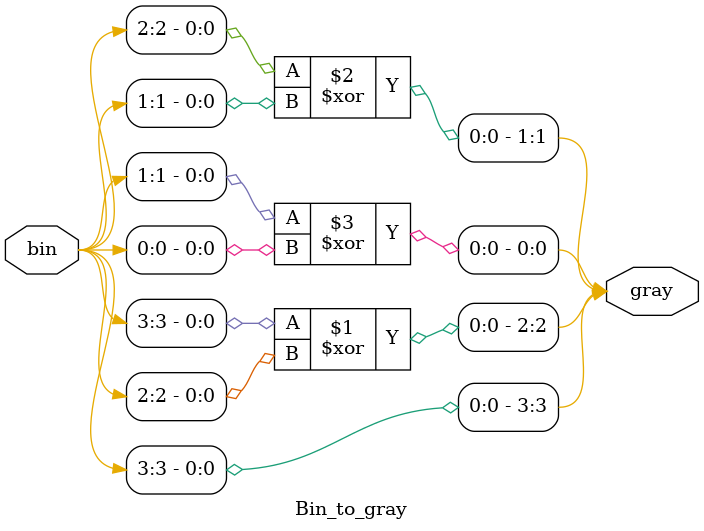
<source format=v>
`timescale 1ns / 1ps


module Bin_to_gray(
input [3:0] bin,
output [3:0] gray
    );
    assign gray[3] = bin[3];
    assign gray[2] = bin[3] ^ bin[2];
    assign gray[1] = bin[2] ^ bin[1];
    assign gray[0] = bin[1] ^ bin[0];
endmodule

</source>
